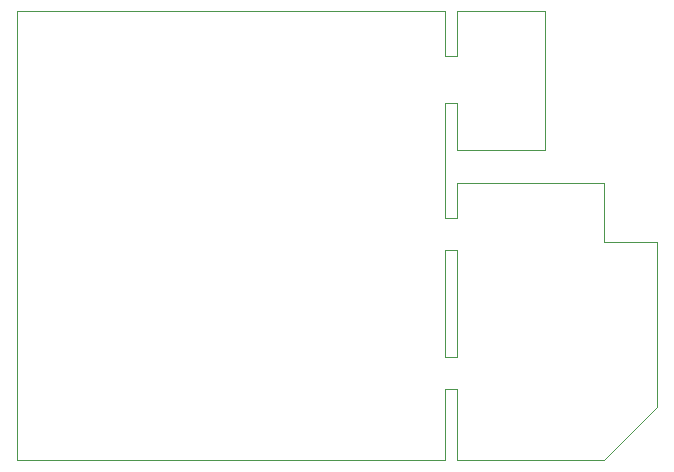
<source format=gm1>
G04 #@! TF.FileFunction,Profile,NP*
%FSLAX46Y46*%
G04 Gerber Fmt 4.6, Leading zero omitted, Abs format (unit mm)*
G04 Created by KiCad (PCBNEW 4.0.2-stable) date 2019-06-10 2:37:03 PM*
%MOMM*%
G01*
G04 APERTURE LIST*
%ADD10C,0.200000*%
%ADD11C,0.100000*%
G04 APERTURE END LIST*
D10*
D11*
X334250000Y-86750000D02*
X334250000Y-77750000D01*
X333250000Y-86750000D02*
X334250000Y-86750000D01*
X333250000Y-77750000D02*
X333250000Y-86750000D01*
X333250000Y-89500000D02*
X334250000Y-89500000D01*
X333250000Y-77750000D02*
X334250000Y-77750000D01*
X333250000Y-75000000D02*
X334250000Y-75000000D01*
X333250000Y-61250000D02*
X334250000Y-61250000D01*
X333250000Y-65250000D02*
X334250000Y-65250000D01*
X334250000Y-75000000D02*
X334250000Y-72000000D01*
X334250000Y-69250000D02*
X334250000Y-65250000D01*
X333250000Y-75000000D02*
X333250000Y-65250000D01*
X334250000Y-61250000D02*
X334250000Y-57500000D01*
X333250000Y-61250000D02*
X333250000Y-57500000D01*
X334250000Y-95500000D02*
X334250000Y-89500000D01*
X297000000Y-95500000D02*
X297000000Y-57500000D01*
X333250000Y-95500000D02*
X297000000Y-95500000D01*
X346754026Y-95500932D02*
X351254026Y-91000932D01*
X334254026Y-95500932D02*
X346754026Y-95500932D01*
X346754026Y-72000932D02*
X334254026Y-72000932D01*
X346754026Y-77000932D02*
X346754026Y-72000932D01*
X351254026Y-77000932D02*
X346754026Y-77000932D01*
X351254026Y-91000932D02*
X351254026Y-77000932D01*
X334244026Y-69250932D02*
X341744026Y-69250932D01*
X341744026Y-57500932D02*
X334244026Y-57500932D01*
X341744026Y-69250932D02*
X341744026Y-57500932D01*
X333250000Y-57500000D02*
X297000000Y-57500000D01*
X333250000Y-95500000D02*
X333250000Y-89500000D01*
M02*

</source>
